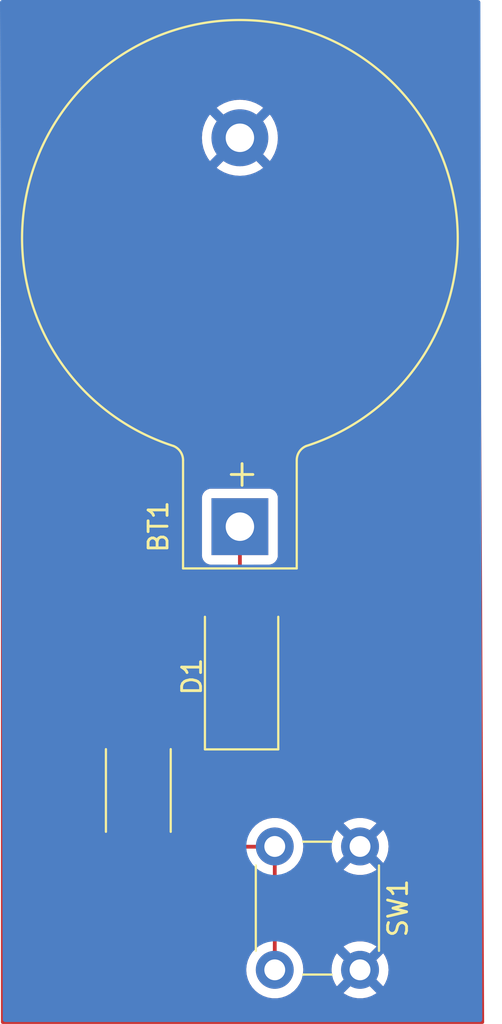
<source format=kicad_pcb>
(kicad_pcb (version 20240108) (generator "pcbnew") (generator_version "8.0")
  (layers (0 "F.Cu" signal) (31 "B.Cu" signal) (34 "B.Paste" user) (35 "F.Paste" user) (36 "B.SilkS" user "B.Silkscreen") (37 "F.SilkS" user "F.Silkscreen") (38 "B.Mask" user) (39 "F.Mask" user) (44 "Edge.Cuts" user))
  (net 0 "")
  (net 1 "Net-(D1-K)")
  (net 2 "Net-(BT1-+)")
  (net 3 "Net-(SW1-B)")
  (net 4 "GND")
  (footprint "Battery:BatteryHolder_Keystone_103_1x20mm" (layer "F.Cu") (at 144.91 66.850001 90)
    (property "Reference" "BT1" (at 0 -4.3 90) (layer "F.SilkS"))
    (property "Value" "Battery_Cell")
    (fp_line (start -2.2 -3) (end 3.5 -3) (stroke (width 0.12)) (layer "F.SilkS"))
    (fp_line (start -2.2 3) (end -2.2 -3) (stroke (width 0.12)) (layer "F.SilkS"))
    (fp_line (start -2.2 3) (end 3.5 3) (stroke (width 0.12)) (layer "F.SilkS"))
    (fp_arc (start 4.25 -3.5) (mid 3.950694 -3.136459) (end 3.5 -3) (stroke (width 0.12)) (layer "F.SilkS"))
    (fp_arc (start 4.25 -3.5) (mid 16.971103 -11.358466) (end 26.695671 0) (stroke (width 0.12)) (layer "F.SilkS"))
    (fp_arc (start 26.695671 0) (mid 16.971103 11.358466) (end 4.25 3.5) (stroke (width 0.12)) (layer "F.SilkS"))
    (fp_arc (start 3.5 3) (mid 3.950694 3.136459) (end 4.25 3.5) (stroke (width 0.12)) (layer "F.SilkS"))
    (fp_text user "+" (at 2.75 0 90) (layer "F.SilkS") (effects (font (size 1.5 1.5))))
    (pad "1" thru_hole rect (at 0 0 90) (size 3 3) (drill 1.5) (layers "*.Cu" "*.Mask") (net 2 "Net-(BT1-+)"))
    (pad "2" thru_hole circle (at 20.49 0 90) (size 3 3) (drill 1.5) (layers "*.Cu" "*.Mask") (net 4 "GND"))
  )
  (footprint "Resistor_SMD:R_2512_6332Metric" (layer "F.Cu") (at 139.55 80.75 -90)
    (property "Reference" "R1" (hide yes))
    (property "Value" "R_US")
    (fp_line (start -2.177064 1.71) (end 2.177064 1.71) (stroke (width 0.12)) (layer "F.SilkS"))
    (fp_line (start -2.177064 -1.71) (end 2.177064 -1.71) (stroke (width 0.12)) (layer "F.SilkS"))
    (pad "1" smd roundrect (at -2.9625 0 270) (size 1.225 3.35) (layers "F.Cu" "F.Paste" "F.Mask") (roundrect_rratio 0.204082) (net 1 "Net-(D1-K)"))
    (pad "2" smd roundrect (at 2.9625 0 270) (size 1.225 3.35) (layers "F.Cu" "F.Paste" "F.Mask") (roundrect_rratio 0.204082) (net 3 "Net-(SW1-B)"))
  )
  (footprint "LED_SMD:LED_2512_6332Metric" (layer "F.Cu") (at 145 74.75 90)
    (property "Reference" "D1" (at 0 -2.62 90) (layer "F.SilkS"))
    (property "Value" "LED")
    (fp_line (start 3.15 -1.935) (end -3.835 -1.935) (stroke (width 0.12)) (layer "F.SilkS"))
    (fp_line (start -3.835 -1.935) (end -3.835 1.935) (stroke (width 0.12)) (layer "F.SilkS"))
    (fp_line (start -3.835 1.935) (end 3.15 1.935) (stroke (width 0.12)) (layer "F.SilkS"))
    (pad "1" smd roundrect (at -2.9 0 90) (size 1.35 3.35) (layers "F.Cu" "F.Paste" "F.Mask") (roundrect_rratio 0.185185) (net 1 "Net-(D1-K)"))
    (pad "2" smd roundrect (at 2.9 0 90) (size 1.35 3.35) (layers "F.Cu" "F.Paste" "F.Mask") (roundrect_rratio 0.185185) (net 2 "Net-(BT1-+)"))
  )
  (footprint "Button_Switch_THT:SW_PUSH_6mm" (layer "F.Cu") (at 151.25 83.7 -90)
    (property "Reference" "SW1" (at 3.25 -2 -90) (layer "F.SilkS"))
    (property "Value" "SW_SPST")
    (fp_line (start 1 5.5) (end 5.5 5.5) (stroke (width 0.12)) (layer "F.SilkS"))
    (fp_line (start 6.75 3) (end 6.75 1.5) (stroke (width 0.12)) (layer "F.SilkS"))
    (fp_line (start -0.25 1.5) (end -0.25 3) (stroke (width 0.12)) (layer "F.SilkS"))
    (fp_line (start 5.5 -1) (end 1 -1) (stroke (width 0.12)) (layer "F.SilkS"))
    (pad "1" thru_hole circle (at 0 0) (size 2 2) (drill 1.1) (layers "*.Cu" "*.Mask") (net 4 "GND"))
    (pad "1" thru_hole circle (at 6.5 0) (size 2 2) (drill 1.1) (layers "*.Cu" "*.Mask") (net 4 "GND"))
    (pad "2" thru_hole circle (at 0 4.5) (size 2 2) (drill 1.1) (layers "*.Cu" "*.Mask") (net 3 "Net-(SW1-B)"))
    (pad "2" thru_hole circle (at 6.5 4.5) (size 2 2) (drill 1.1) (layers "*.Cu" "*.Mask") (net 3 "Net-(SW1-B)"))
  )
  (gr_line (start 132.4 92.95) (end 157.7 92.95) (stroke (width 0.2)) (layer "F.Cu"))
  (gr_arc (start 132.4 52) (mid 144.95 39.45) (end 157.5 52) (stroke (width 0.2)) (layer "F.Cu"))
  (gr_line (start 132.4 52) (end 132.4 92.95) (stroke (width 0.2)) (layer "F.Cu"))
  (gr_line (start 157.5 52) (end 157.7 92.95) (stroke (width 0.2)) (layer "F.Cu"))
  (segment (start 139.6875 77.65) (end 139.55 77.7875) (width 0.2) (layer "F.Cu") (net 1))
  (segment (start 145 77.65) (end 139.6875 77.65) (width 0.2) (layer "F.Cu") (net 1))
  (segment (start 144.91 71.76) (end 145 71.85) (width 0.2) (layer "F.Cu") (net 2))
  (segment (start 144.91 66.850001) (end 144.91 71.76) (width 0.2) (layer "F.Cu") (net 2))
  (segment (start 139.55 83.7125) (end 146.7375 83.7125) (width 0.2) (layer "F.Cu") (net 3))
  (segment (start 146.75 83.7) (end 146.75 90.2) (width 0.2) (layer "F.Cu") (net 3))
  (segment (start 146.7375 83.7125) (end 146.75 83.7) (width 0.2) (layer "F.Cu") (net 3))
  (zone (net 4) (net_name "GND") (layers "F&B.Cu") (connect_pads (clearance 0.5)) (min_thickness 0.25) (fill yes (thermal_gap 0.5) (thermal_bridge_width 0.5))
    (polygon (pts (xy 157.7 92.95) (xy 132.4 92.95) (xy 132.25 39.1) (xy 157.6 39.1)))
  )
)
</source>
